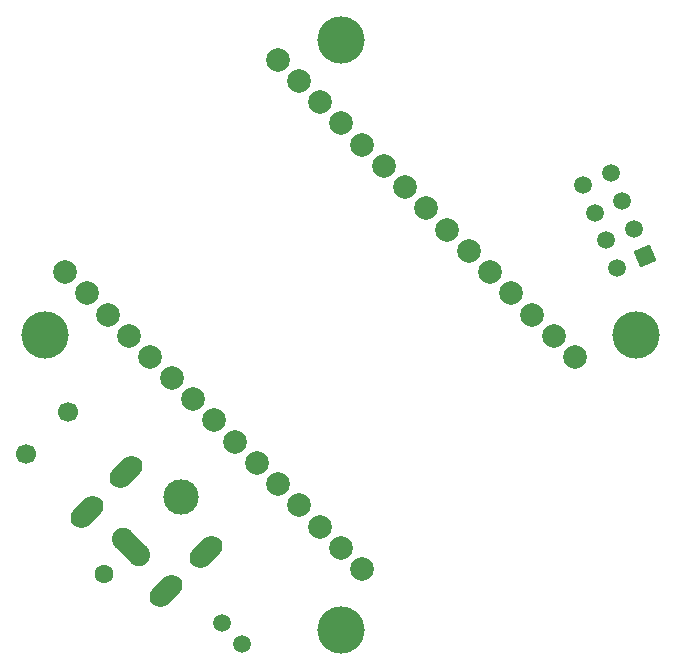
<source format=gbl>
%FSTAX23Y23*%
%MOIN*%
%SFA1B1*%

%IPPOS*%
%AMD48*
4,1,4,0.052900,0.000000,0.000000,0.052900,-0.052900,0.000000,0.000000,-0.052900,0.052900,0.000000,0.0*
1,1,0.074800,-0.026400,0.026400*
1,1,0.074800,0.026400,-0.026400*
%
%AMD49*
4,1,4,0.005600,-0.044500,0.044500,-0.005600,-0.005600,0.044500,-0.044500,0.005600,0.005600,-0.044500,0.0*
1,1,0.070870,0.019400,0.019400*
1,1,0.070870,-0.019400,-0.019400*
%
%AMD53*
4,1,4,-0.016000,-0.038500,0.038500,-0.016000,0.016000,0.038500,-0.038500,0.016000,-0.016000,-0.038500,0.0*
%
%ADD44C,0.015750*%
%ADD46C,0.078740*%
%ADD47C,0.118110*%
G04~CAMADD=48~3~0.0~0.0~1496.1~748.0~0.0~0.0~0~0.0~0.0~0.0~0.0~0~0.0~0.0~0.0~0.0~0~0.0~0.0~0.0~315.0~1276.0~1276.0*
%ADD48D48*%
G04~CAMADD=49~3~0.0~0.0~1259.8~708.7~0.0~0.0~0~0.0~0.0~0.0~0.0~0~0.0~0.0~0.0~0.0~0~0.0~0.0~0.0~225.0~1098.0~1098.0*
%ADD49D49*%
%ADD50C,0.062990*%
%ADD51C,0.066930*%
%ADD52C,0.059060*%
G04~CAMADD=53~10~0.0~590.6~0.0~0.0~0.0~0.0~0~0.0~0.0~0.0~0.0~0~0.0~0.0~0.0~0.0~0~0.0~0.0~0.0~202.5~590.6~0.0*
%ADD53D53*%
%ADD54C,0.157480*%
%LNesp_board-1*%
%LPD*%
G54D44*
X04859Y03516D02*
X04868D01*
G54D46*
X03142Y03225D03*
X03213Y03154D03*
X03284Y03083D03*
X03354Y03013D03*
X03425Y02942D03*
X03496Y02871D03*
X03566Y028D03*
X03637Y0273D03*
X03708Y02659D03*
X03779Y02588D03*
X03849Y02518D03*
X0392Y02447D03*
X03991Y02376D03*
X04061Y02305D03*
X04132Y02235D03*
X04839Y02942D03*
X04769Y03013D03*
X04698Y03083D03*
X04627Y03154D03*
X04556Y03225D03*
X04486Y03295D03*
X04415Y03366D03*
X04344Y03437D03*
X04274Y03508D03*
X04203Y03578D03*
X04132Y03649D03*
X04061Y0372D03*
X03991Y0379D03*
X0392Y03861D03*
X03849Y03932D03*
G54D47*
X03527Y02475D03*
G54D48*
X0336Y02308D03*
G54D49*
X03609Y02292D03*
X03478Y02161D03*
X03213Y02426D03*
X03344Y02557D03*
G54D50*
X03269Y02217D03*
G54D51*
X03011Y02619D03*
X0315Y02758D03*
G54D52*
X03732Y01986D03*
X03663Y02055D03*
X04982Y03238D03*
X05036Y03369D03*
X04944Y03331D03*
X04998Y03461D03*
X04906Y03423D03*
X0496Y03554D03*
X04868Y03516D03*
G54D53*
X05075Y03277D03*
G54D54*
X0406Y0203D03*
X05044Y03015D03*
X0406Y03999D03*
X03075Y03015D03*
M02*
</source>
